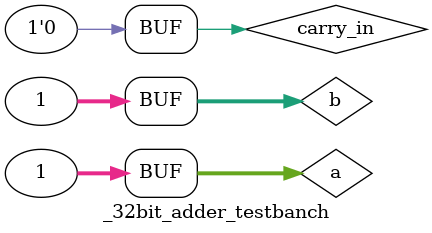
<source format=v>
`define DELAY 20
module _32bit_adder_testbanch();
reg [31:0] a, b;
reg carry_in;
wire [31:0] sum;
wire carry_out;

// TTT stands for twenty two bit adder testbench
_32bit_adder TTT(sum, carry_out, a, b, carry_in);

initial begin
a = 32'hFFFFFFFF; b = 32'hFFFFFFFF; carry_in = 1'b0;
#`DELAY;
a = 32'h05453FAF; b = 32'h00000001; carry_in = 1'b1;
#`DELAY;
a = 32'h00000001; b = 32'h00000001; carry_in = 1'b1;
#`DELAY;
a = 32'h00000001; b = 32'h00000001; carry_in = 1'b0;
end

initial
begin
$monitor("time = %2d, a =%8h, b=%8h, carry_in=%1b, sum=%8h, carry_out=%1b", $time, a, b, carry_in, sum, carry_out);
end
 
endmodule   
</source>
